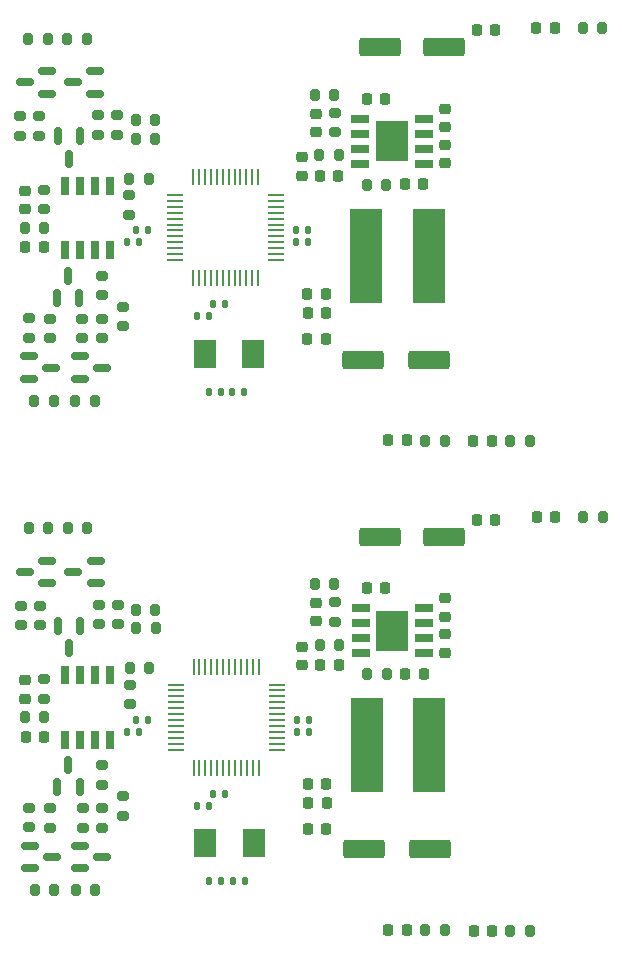
<source format=gtp>
%TF.GenerationSoftware,KiCad,Pcbnew,7.0.7*%
%TF.CreationDate,2024-09-01T12:40:49+02:00*%
%TF.ProjectId,main,6d61696e-2e6b-4696-9361-645f70636258,rev?*%
%TF.SameCoordinates,Original*%
%TF.FileFunction,Paste,Top*%
%TF.FilePolarity,Positive*%
%FSLAX46Y46*%
G04 Gerber Fmt 4.6, Leading zero omitted, Abs format (unit mm)*
G04 Created by KiCad (PCBNEW 7.0.7) date 2024-09-01 12:40:49*
%MOMM*%
%LPD*%
G01*
G04 APERTURE LIST*
G04 Aperture macros list*
%AMRoundRect*
0 Rectangle with rounded corners*
0 $1 Rounding radius*
0 $2 $3 $4 $5 $6 $7 $8 $9 X,Y pos of 4 corners*
0 Add a 4 corners polygon primitive as box body*
4,1,4,$2,$3,$4,$5,$6,$7,$8,$9,$2,$3,0*
0 Add four circle primitives for the rounded corners*
1,1,$1+$1,$2,$3*
1,1,$1+$1,$4,$5*
1,1,$1+$1,$6,$7*
1,1,$1+$1,$8,$9*
0 Add four rect primitives between the rounded corners*
20,1,$1+$1,$2,$3,$4,$5,0*
20,1,$1+$1,$4,$5,$6,$7,0*
20,1,$1+$1,$6,$7,$8,$9,0*
20,1,$1+$1,$8,$9,$2,$3,0*%
G04 Aperture macros list end*
%ADD10R,1.900000X2.400000*%
%ADD11R,0.279400X1.361440*%
%ADD12R,1.361440X0.279400*%
%ADD13RoundRect,0.250000X-1.500000X-0.550000X1.500000X-0.550000X1.500000X0.550000X-1.500000X0.550000X0*%
%ADD14RoundRect,0.200000X0.275000X-0.200000X0.275000X0.200000X-0.275000X0.200000X-0.275000X-0.200000X0*%
%ADD15R,2.700000X8.000000*%
%ADD16RoundRect,0.225000X0.225000X0.250000X-0.225000X0.250000X-0.225000X-0.250000X0.225000X-0.250000X0*%
%ADD17RoundRect,0.218750X0.218750X0.256250X-0.218750X0.256250X-0.218750X-0.256250X0.218750X-0.256250X0*%
%ADD18RoundRect,0.135000X-0.135000X-0.185000X0.135000X-0.185000X0.135000X0.185000X-0.135000X0.185000X0*%
%ADD19RoundRect,0.135000X0.135000X0.185000X-0.135000X0.185000X-0.135000X-0.185000X0.135000X-0.185000X0*%
%ADD20RoundRect,0.150000X0.587500X0.150000X-0.587500X0.150000X-0.587500X-0.150000X0.587500X-0.150000X0*%
%ADD21RoundRect,0.200000X-0.275000X0.200000X-0.275000X-0.200000X0.275000X-0.200000X0.275000X0.200000X0*%
%ADD22RoundRect,0.225000X0.250000X-0.225000X0.250000X0.225000X-0.250000X0.225000X-0.250000X-0.225000X0*%
%ADD23RoundRect,0.200000X0.200000X0.275000X-0.200000X0.275000X-0.200000X-0.275000X0.200000X-0.275000X0*%
%ADD24RoundRect,0.225000X-0.225000X-0.250000X0.225000X-0.250000X0.225000X0.250000X-0.225000X0.250000X0*%
%ADD25RoundRect,0.225000X-0.250000X0.225000X-0.250000X-0.225000X0.250000X-0.225000X0.250000X0.225000X0*%
%ADD26RoundRect,0.200000X-0.200000X-0.275000X0.200000X-0.275000X0.200000X0.275000X-0.200000X0.275000X0*%
%ADD27RoundRect,0.150000X-0.587500X-0.150000X0.587500X-0.150000X0.587500X0.150000X-0.587500X0.150000X0*%
%ADD28RoundRect,0.150000X0.150000X-0.587500X0.150000X0.587500X-0.150000X0.587500X-0.150000X-0.587500X0*%
%ADD29RoundRect,0.250000X1.500000X0.550000X-1.500000X0.550000X-1.500000X-0.550000X1.500000X-0.550000X0*%
%ADD30RoundRect,0.150000X-0.150000X0.587500X-0.150000X-0.587500X0.150000X-0.587500X0.150000X0.587500X0*%
%ADD31R,0.650000X1.525000*%
%ADD32R,1.525000X0.650000*%
%ADD33R,2.710000X3.350000*%
G04 APERTURE END LIST*
D10*
%TO.C,Y2*%
X116177500Y-137695000D03*
X120277500Y-137695000D03*
%TD*%
D11*
%TO.C,U1*%
X115202500Y-131269640D03*
X115702499Y-131269640D03*
X116202501Y-131269640D03*
X116702500Y-131269640D03*
X117202499Y-131269640D03*
X117702500Y-131269640D03*
X118202500Y-131269640D03*
X118702501Y-131269640D03*
X119202500Y-131269640D03*
X119702499Y-131269640D03*
X120202501Y-131269640D03*
X120702500Y-131269640D03*
D12*
X122227348Y-129744820D03*
X122227348Y-129244821D03*
X122227348Y-128744819D03*
X122227348Y-128244820D03*
X122227348Y-127744821D03*
X122227348Y-127244820D03*
X122227348Y-126744820D03*
X122227348Y-126244819D03*
X122227348Y-125744820D03*
X122227348Y-125244821D03*
X122227348Y-124744819D03*
X122227348Y-124244820D03*
D11*
X120702500Y-122720000D03*
X120202501Y-122720000D03*
X119702499Y-122720000D03*
X119202500Y-122720000D03*
X118702501Y-122720000D03*
X118202500Y-122720000D03*
X117702500Y-122720000D03*
X117202499Y-122720000D03*
X116702500Y-122720000D03*
X116202501Y-122720000D03*
X115702499Y-122720000D03*
X115202500Y-122720000D03*
D12*
X113677652Y-124244820D03*
X113677652Y-124744819D03*
X113677652Y-125244821D03*
X113677652Y-125744820D03*
X113677652Y-126244819D03*
X113677652Y-126744820D03*
X113677652Y-127244820D03*
X113677652Y-127744821D03*
X113677652Y-128244820D03*
X113677652Y-128744819D03*
X113677652Y-129244821D03*
X113677652Y-129744820D03*
%TD*%
D13*
%TO.C,C31*%
X129605500Y-138190000D03*
X135205500Y-138190000D03*
%TD*%
D14*
%TO.C,R1*%
X109227500Y-135370000D03*
X109227500Y-133720000D03*
%TD*%
D15*
%TO.C,L1*%
X129855500Y-129390000D03*
X135155500Y-129390000D03*
%TD*%
D16*
%TO.C,C29*%
X126480500Y-134245000D03*
X124930500Y-134245000D03*
%TD*%
D17*
%TO.C,D3*%
X133265000Y-145020000D03*
X131690000Y-145020000D03*
%TD*%
D18*
%TO.C,C4*%
X116542500Y-140895000D03*
X117562500Y-140895000D03*
%TD*%
D19*
%TO.C,C10*%
X110577500Y-128245000D03*
X109557500Y-128245000D03*
%TD*%
%TO.C,C3*%
X119537500Y-140895000D03*
X118517500Y-140895000D03*
%TD*%
D14*
%TO.C,R5*%
X101294250Y-136319250D03*
X101294250Y-134669250D03*
%TD*%
D20*
%TO.C,Q2*%
X106908750Y-115663750D03*
X106908750Y-113763750D03*
X105033750Y-114713750D03*
%TD*%
D21*
%TO.C,R7*%
X107465750Y-134711050D03*
X107465750Y-136361050D03*
%TD*%
D22*
%TO.C,C16*%
X100946250Y-125438750D03*
X100946250Y-123888750D03*
%TD*%
D23*
%TO.C,R21*%
X112002500Y-119495000D03*
X110352500Y-119495000D03*
%TD*%
D14*
%TO.C,R24*%
X102546250Y-125463750D03*
X102546250Y-123813750D03*
%TD*%
D24*
%TO.C,C18*%
X139202500Y-110295000D03*
X140752500Y-110295000D03*
%TD*%
D25*
%TO.C,C15*%
X136502500Y-119995000D03*
X136502500Y-121545000D03*
%TD*%
D22*
%TO.C,C26*%
X125555500Y-118890000D03*
X125555500Y-117340000D03*
%TD*%
D25*
%TO.C,C25*%
X124377500Y-121045000D03*
X124377500Y-122595000D03*
%TD*%
D14*
%TO.C,R27*%
X102171250Y-119238750D03*
X102171250Y-117588750D03*
%TD*%
D16*
%TO.C,C21*%
X131427500Y-116070000D03*
X129877500Y-116070000D03*
%TD*%
D14*
%TO.C,R13*%
X127205500Y-118915000D03*
X127205500Y-117265000D03*
%TD*%
D23*
%TO.C,R14*%
X127127500Y-115770000D03*
X125477500Y-115770000D03*
%TD*%
D21*
%TO.C,R26*%
X108771250Y-117488750D03*
X108771250Y-119138750D03*
%TD*%
D23*
%TO.C,R11*%
X131543500Y-123390000D03*
X129893500Y-123390000D03*
%TD*%
%TO.C,R12*%
X127530500Y-120865000D03*
X125880500Y-120865000D03*
%TD*%
D26*
%TO.C,R15*%
X134827500Y-145045000D03*
X136477500Y-145045000D03*
%TD*%
D27*
%TO.C,Q4*%
X101324250Y-137909250D03*
X101324250Y-139809250D03*
X103199250Y-138859250D03*
%TD*%
D18*
%TO.C,C2*%
X116842500Y-133470000D03*
X117862500Y-133470000D03*
%TD*%
D26*
%TO.C,R29*%
X104546250Y-111013750D03*
X106196250Y-111013750D03*
%TD*%
D21*
%TO.C,R8*%
X103072250Y-134732250D03*
X103072250Y-136382250D03*
%TD*%
D23*
%TO.C,R22*%
X111452500Y-122845000D03*
X109802500Y-122845000D03*
%TD*%
D28*
%TO.C,D2*%
X103646250Y-132938750D03*
X105546250Y-132938750D03*
X104596250Y-131063750D03*
%TD*%
D24*
%TO.C,C20*%
X133130500Y-123340000D03*
X134680500Y-123340000D03*
%TD*%
D27*
%TO.C,Q3*%
X105595750Y-137909250D03*
X105595750Y-139809250D03*
X107470750Y-138859250D03*
%TD*%
D29*
%TO.C,C8*%
X136402500Y-111720000D03*
X131002500Y-111720000D03*
%TD*%
D18*
%TO.C,C1*%
X115517500Y-134495000D03*
X116537500Y-134495000D03*
%TD*%
D23*
%TO.C,R9*%
X106882250Y-141653250D03*
X105232250Y-141653250D03*
%TD*%
D26*
%TO.C,R23*%
X110327500Y-117895000D03*
X111977500Y-117895000D03*
%TD*%
D21*
%TO.C,R3*%
X107452500Y-131063750D03*
X107452500Y-132713750D03*
%TD*%
D17*
%TO.C,D4*%
X140490000Y-145070000D03*
X138915000Y-145070000D03*
%TD*%
D30*
%TO.C,D1*%
X105621250Y-119276250D03*
X103721250Y-119276250D03*
X104671250Y-121151250D03*
%TD*%
D26*
%TO.C,R30*%
X101246250Y-111013750D03*
X102896250Y-111013750D03*
%TD*%
D21*
%TO.C,R2*%
X109802500Y-124270000D03*
X109802500Y-125920000D03*
%TD*%
D16*
%TO.C,C7*%
X102525050Y-128671250D03*
X100975050Y-128671250D03*
%TD*%
D23*
%TO.C,R10*%
X103389250Y-141653250D03*
X101739250Y-141653250D03*
%TD*%
D14*
%TO.C,R25*%
X107171250Y-119138750D03*
X107171250Y-117488750D03*
%TD*%
D18*
%TO.C,C5*%
X123917500Y-127245000D03*
X124937500Y-127245000D03*
%TD*%
D16*
%TO.C,C24*%
X127475500Y-122590000D03*
X125925500Y-122590000D03*
%TD*%
D20*
%TO.C,Q1*%
X102808750Y-115663750D03*
X102808750Y-113763750D03*
X100933750Y-114713750D03*
%TD*%
D19*
%TO.C,C9*%
X111337500Y-127245000D03*
X110317500Y-127245000D03*
%TD*%
D16*
%TO.C,C30*%
X126402500Y-132645000D03*
X124852500Y-132645000D03*
%TD*%
D22*
%TO.C,C19*%
X136502500Y-118495000D03*
X136502500Y-116945000D03*
%TD*%
D14*
%TO.C,R28*%
X100571250Y-119238750D03*
X100571250Y-117588750D03*
%TD*%
D21*
%TO.C,R6*%
X105814750Y-134711050D03*
X105814750Y-136361050D03*
%TD*%
D23*
%TO.C,R4*%
X102575050Y-127013750D03*
X100925050Y-127013750D03*
%TD*%
D26*
%TO.C,R32*%
X142027500Y-145070000D03*
X143677500Y-145070000D03*
%TD*%
D18*
%TO.C,C6*%
X123917500Y-128245000D03*
X124937500Y-128245000D03*
%TD*%
D16*
%TO.C,C28*%
X126402500Y-136445000D03*
X124852500Y-136445000D03*
%TD*%
D31*
%TO.C,OPAMPS1*%
X104346250Y-128897750D03*
X105616250Y-128897750D03*
X106886250Y-128897750D03*
X108156250Y-128897750D03*
X108156250Y-123473750D03*
X106886250Y-123473750D03*
X105616250Y-123473750D03*
X104346250Y-123473750D03*
%TD*%
D32*
%TO.C,IC2*%
X134718500Y-121600000D03*
X134718500Y-120330000D03*
X134718500Y-119060000D03*
X134718500Y-117790000D03*
X129342500Y-117790000D03*
X129342500Y-119060000D03*
X129342500Y-120330000D03*
X129342500Y-121600000D03*
D33*
X132030500Y-119695000D03*
%TD*%
D17*
%TO.C,D5*%
X145815000Y-110095000D03*
X144240000Y-110095000D03*
%TD*%
D26*
%TO.C,R33*%
X148192500Y-110095000D03*
X149842500Y-110095000D03*
%TD*%
D10*
%TO.C,Y2*%
X116150000Y-96250000D03*
X120250000Y-96250000D03*
%TD*%
D11*
%TO.C,U1*%
X115175000Y-89824640D03*
X115674999Y-89824640D03*
X116175001Y-89824640D03*
X116675000Y-89824640D03*
X117174999Y-89824640D03*
X117675000Y-89824640D03*
X118175000Y-89824640D03*
X118675001Y-89824640D03*
X119175000Y-89824640D03*
X119674999Y-89824640D03*
X120175001Y-89824640D03*
X120675000Y-89824640D03*
D12*
X122199848Y-88299820D03*
X122199848Y-87799821D03*
X122199848Y-87299819D03*
X122199848Y-86799820D03*
X122199848Y-86299821D03*
X122199848Y-85799820D03*
X122199848Y-85299820D03*
X122199848Y-84799819D03*
X122199848Y-84299820D03*
X122199848Y-83799821D03*
X122199848Y-83299819D03*
X122199848Y-82799820D03*
D11*
X120675000Y-81275000D03*
X120175001Y-81275000D03*
X119674999Y-81275000D03*
X119175000Y-81275000D03*
X118675001Y-81275000D03*
X118175000Y-81275000D03*
X117675000Y-81275000D03*
X117174999Y-81275000D03*
X116675000Y-81275000D03*
X116175001Y-81275000D03*
X115674999Y-81275000D03*
X115175000Y-81275000D03*
D12*
X113650152Y-82799820D03*
X113650152Y-83299819D03*
X113650152Y-83799821D03*
X113650152Y-84299820D03*
X113650152Y-84799819D03*
X113650152Y-85299820D03*
X113650152Y-85799820D03*
X113650152Y-86299821D03*
X113650152Y-86799820D03*
X113650152Y-87299819D03*
X113650152Y-87799821D03*
X113650152Y-88299820D03*
%TD*%
D26*
%TO.C,R33*%
X149815000Y-68650000D03*
X148165000Y-68650000D03*
%TD*%
D31*
%TO.C,OPAMPS1*%
X104318750Y-87452750D03*
X105588750Y-87452750D03*
X106858750Y-87452750D03*
X108128750Y-87452750D03*
X108128750Y-82028750D03*
X106858750Y-82028750D03*
X105588750Y-82028750D03*
X104318750Y-82028750D03*
%TD*%
D32*
%TO.C,IC2*%
X134691000Y-80155000D03*
X134691000Y-78885000D03*
X134691000Y-77615000D03*
X134691000Y-76345000D03*
X129315000Y-76345000D03*
X129315000Y-77615000D03*
X129315000Y-78885000D03*
X129315000Y-80155000D03*
D33*
X132003000Y-78250000D03*
%TD*%
D17*
%TO.C,D5*%
X145787500Y-68650000D03*
X144212500Y-68650000D03*
%TD*%
D13*
%TO.C,C31*%
X129578000Y-96745000D03*
X135178000Y-96745000D03*
%TD*%
D22*
%TO.C,C19*%
X136475000Y-77050000D03*
X136475000Y-75500000D03*
%TD*%
D16*
%TO.C,C30*%
X126375000Y-91200000D03*
X124825000Y-91200000D03*
%TD*%
D19*
%TO.C,C9*%
X111310000Y-85800000D03*
X110290000Y-85800000D03*
%TD*%
D20*
%TO.C,Q1*%
X102781250Y-74218750D03*
X102781250Y-72318750D03*
X100906250Y-73268750D03*
%TD*%
D16*
%TO.C,C24*%
X127448000Y-81145000D03*
X125898000Y-81145000D03*
%TD*%
%TO.C,C28*%
X126375000Y-95000000D03*
X124825000Y-95000000D03*
%TD*%
D14*
%TO.C,R28*%
X100543750Y-77793750D03*
X100543750Y-76143750D03*
%TD*%
D18*
%TO.C,C6*%
X123890000Y-86800000D03*
X124910000Y-86800000D03*
%TD*%
%TO.C,C5*%
X123890000Y-85800000D03*
X124910000Y-85800000D03*
%TD*%
D26*
%TO.C,R32*%
X142000000Y-103625000D03*
X143650000Y-103625000D03*
%TD*%
D23*
%TO.C,R4*%
X102547550Y-85568750D03*
X100897550Y-85568750D03*
%TD*%
D21*
%TO.C,R6*%
X105787250Y-93266050D03*
X105787250Y-94916050D03*
%TD*%
D14*
%TO.C,R25*%
X107143750Y-77693750D03*
X107143750Y-76043750D03*
%TD*%
D23*
%TO.C,R10*%
X103361750Y-100208250D03*
X101711750Y-100208250D03*
%TD*%
D18*
%TO.C,C1*%
X115490000Y-93050000D03*
X116510000Y-93050000D03*
%TD*%
D26*
%TO.C,R23*%
X110300000Y-76450000D03*
X111950000Y-76450000D03*
%TD*%
D28*
%TO.C,D2*%
X103618750Y-91493750D03*
X105518750Y-91493750D03*
X104568750Y-89618750D03*
%TD*%
D21*
%TO.C,R8*%
X103044750Y-93287250D03*
X103044750Y-94937250D03*
%TD*%
D26*
%TO.C,R30*%
X101218750Y-69568750D03*
X102868750Y-69568750D03*
%TD*%
D23*
%TO.C,R22*%
X111425000Y-81400000D03*
X109775000Y-81400000D03*
%TD*%
D26*
%TO.C,R29*%
X104518750Y-69568750D03*
X106168750Y-69568750D03*
%TD*%
D21*
%TO.C,R2*%
X109775000Y-82825000D03*
X109775000Y-84475000D03*
%TD*%
D29*
%TO.C,C8*%
X136375000Y-70275000D03*
X130975000Y-70275000D03*
%TD*%
D24*
%TO.C,C20*%
X133103000Y-81895000D03*
X134653000Y-81895000D03*
%TD*%
D27*
%TO.C,Q3*%
X105568250Y-96464250D03*
X105568250Y-98364250D03*
X107443250Y-97414250D03*
%TD*%
D18*
%TO.C,C2*%
X116815000Y-92025000D03*
X117835000Y-92025000D03*
%TD*%
D27*
%TO.C,Q4*%
X101296750Y-96464250D03*
X101296750Y-98364250D03*
X103171750Y-97414250D03*
%TD*%
D23*
%TO.C,R9*%
X106854750Y-100208250D03*
X105204750Y-100208250D03*
%TD*%
D26*
%TO.C,R15*%
X134800000Y-103600000D03*
X136450000Y-103600000D03*
%TD*%
D16*
%TO.C,C7*%
X102497550Y-87226250D03*
X100947550Y-87226250D03*
%TD*%
D23*
%TO.C,R12*%
X127503000Y-79420000D03*
X125853000Y-79420000D03*
%TD*%
%TO.C,R11*%
X131516000Y-81945000D03*
X129866000Y-81945000D03*
%TD*%
D17*
%TO.C,D4*%
X140462500Y-103625000D03*
X138887500Y-103625000D03*
%TD*%
D30*
%TO.C,D1*%
X105593750Y-77831250D03*
X103693750Y-77831250D03*
X104643750Y-79706250D03*
%TD*%
D21*
%TO.C,R26*%
X108743750Y-76043750D03*
X108743750Y-77693750D03*
%TD*%
D23*
%TO.C,R14*%
X127100000Y-74325000D03*
X125450000Y-74325000D03*
%TD*%
D21*
%TO.C,R3*%
X107425000Y-89618750D03*
X107425000Y-91268750D03*
%TD*%
D24*
%TO.C,C18*%
X139175000Y-68850000D03*
X140725000Y-68850000D03*
%TD*%
D25*
%TO.C,C25*%
X124350000Y-79600000D03*
X124350000Y-81150000D03*
%TD*%
%TO.C,C15*%
X136475000Y-78550000D03*
X136475000Y-80100000D03*
%TD*%
D14*
%TO.C,R13*%
X127178000Y-77470000D03*
X127178000Y-75820000D03*
%TD*%
D21*
%TO.C,R7*%
X107438250Y-93266050D03*
X107438250Y-94916050D03*
%TD*%
D20*
%TO.C,Q2*%
X106881250Y-74218750D03*
X106881250Y-72318750D03*
X105006250Y-73268750D03*
%TD*%
D23*
%TO.C,R21*%
X111975000Y-78050000D03*
X110325000Y-78050000D03*
%TD*%
D14*
%TO.C,R5*%
X101266750Y-94874250D03*
X101266750Y-93224250D03*
%TD*%
D19*
%TO.C,C3*%
X119510000Y-99450000D03*
X118490000Y-99450000D03*
%TD*%
D14*
%TO.C,R24*%
X102518750Y-84018750D03*
X102518750Y-82368750D03*
%TD*%
D18*
%TO.C,C4*%
X116515000Y-99450000D03*
X117535000Y-99450000D03*
%TD*%
D22*
%TO.C,C26*%
X125528000Y-77445000D03*
X125528000Y-75895000D03*
%TD*%
%TO.C,C16*%
X100918750Y-83993750D03*
X100918750Y-82443750D03*
%TD*%
D19*
%TO.C,C10*%
X110550000Y-86800000D03*
X109530000Y-86800000D03*
%TD*%
D16*
%TO.C,C29*%
X126453000Y-92800000D03*
X124903000Y-92800000D03*
%TD*%
D17*
%TO.C,D3*%
X133237500Y-103575000D03*
X131662500Y-103575000D03*
%TD*%
D15*
%TO.C,L1*%
X129828000Y-87945000D03*
X135128000Y-87945000D03*
%TD*%
D16*
%TO.C,C21*%
X131400000Y-74625000D03*
X129850000Y-74625000D03*
%TD*%
D14*
%TO.C,R1*%
X109200000Y-93925000D03*
X109200000Y-92275000D03*
%TD*%
%TO.C,R27*%
X102143750Y-77793750D03*
X102143750Y-76143750D03*
%TD*%
M02*

</source>
